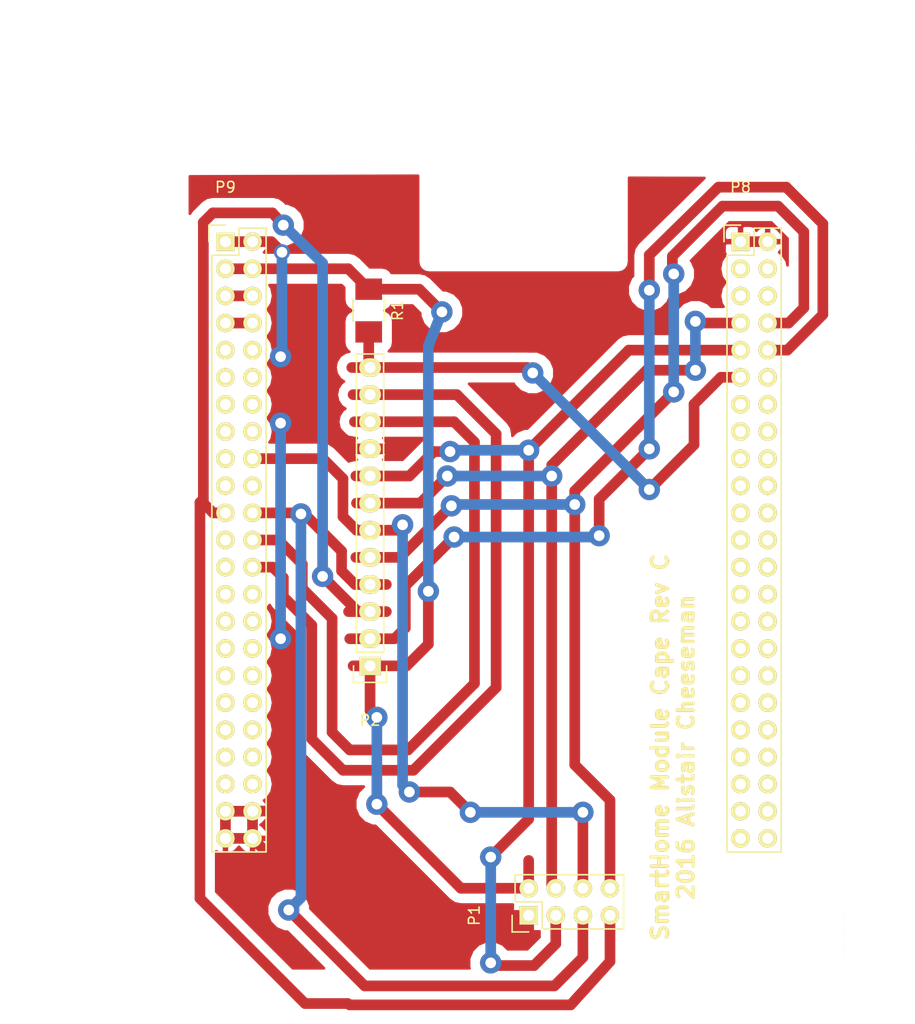
<source format=kicad_pcb>
(kicad_pcb (version 4) (host pcbnew 4.0.0-stable)

  (general
    (links 32)
    (no_connects 0)
    (area 78.653 39.751 201.255 152.614)
    (thickness 1.6)
    (drawings 19)
    (tracks 235)
    (zones 0)
    (modules 5)
    (nets 83)
  )

  (page A4)
  (layers
    (0 F.Cu signal)
    (31 B.Cu signal)
    (32 B.Adhes user)
    (33 F.Adhes user)
    (34 B.Paste user)
    (35 F.Paste user)
    (36 B.SilkS user)
    (37 F.SilkS user)
    (38 B.Mask user)
    (39 F.Mask user)
    (40 Dwgs.User user)
    (41 Cmts.User user)
    (42 Eco1.User user)
    (43 Eco2.User user)
    (44 Edge.Cuts user)
    (45 Margin user)
    (46 B.CrtYd user)
    (47 F.CrtYd user)
    (48 B.Fab user)
    (49 F.Fab user)
  )

  (setup
    (last_trace_width 1)
    (user_trace_width 0.41)
    (user_trace_width 0.5)
    (trace_clearance 0.2)
    (zone_clearance 0.9)
    (zone_45_only no)
    (trace_min 0.4)
    (segment_width 0.2)
    (edge_width 0.00254)
    (via_size 2)
    (via_drill 1)
    (via_min_size 0.4)
    (via_min_drill 0.3)
    (uvia_size 0.3)
    (uvia_drill 0.1)
    (uvias_allowed no)
    (uvia_min_size 0.2)
    (uvia_min_drill 0.1)
    (pcb_text_width 0.3)
    (pcb_text_size 1.5 1.5)
    (mod_edge_width 0.15)
    (mod_text_size 1 1)
    (mod_text_width 0.15)
    (pad_size 1.7272 1.7272)
    (pad_drill 1.016)
    (pad_to_mask_clearance 0)
    (aux_axis_origin 0 0)
    (visible_elements 7FFFFFFF)
    (pcbplotparams
      (layerselection 0x00080_00000000)
      (usegerberextensions false)
      (excludeedgelayer false)
      (linewidth 0.100000)
      (plotframeref false)
      (viasonmask true)
      (mode 1)
      (useauxorigin false)
      (hpglpennumber 1)
      (hpglpenspeed 20)
      (hpglpendiameter 15)
      (hpglpenoverlay 2)
      (psnegative false)
      (psa4output false)
      (plotreference false)
      (plotvalue false)
      (plotinvisibletext false)
      (padsonsilk false)
      (subtractmaskfromsilk false)
      (outputformat 5)
      (mirror true)
      (drillshape 1)
      (scaleselection 1)
      (outputdirectory ""))
  )

  (net 0 "")
  (net 1 "Net-(P8-Pad3)")
  (net 2 "Net-(P8-Pad4)")
  (net 3 "Net-(P8-Pad5)")
  (net 4 "Net-(P8-Pad6)")
  (net 5 "Net-(P8-Pad12)")
  (net 6 "Net-(P8-Pad13)")
  (net 7 "Net-(P8-Pad14)")
  (net 8 "Net-(P8-Pad15)")
  (net 9 "Net-(P8-Pad16)")
  (net 10 "Net-(P8-Pad17)")
  (net 11 "Net-(P8-Pad18)")
  (net 12 "Net-(P8-Pad19)")
  (net 13 "Net-(P8-Pad20)")
  (net 14 "Net-(P8-Pad21)")
  (net 15 "Net-(P8-Pad22)")
  (net 16 "Net-(P8-Pad23)")
  (net 17 "Net-(P8-Pad24)")
  (net 18 "Net-(P8-Pad25)")
  (net 19 "Net-(P8-Pad26)")
  (net 20 "Net-(P8-Pad27)")
  (net 21 "Net-(P8-Pad28)")
  (net 22 "Net-(P8-Pad29)")
  (net 23 "Net-(P8-Pad30)")
  (net 24 "Net-(P8-Pad31)")
  (net 25 "Net-(P8-Pad32)")
  (net 26 "Net-(P8-Pad33)")
  (net 27 "Net-(P8-Pad34)")
  (net 28 "Net-(P8-Pad35)")
  (net 29 "Net-(P8-Pad36)")
  (net 30 "Net-(P8-Pad37)")
  (net 31 "Net-(P8-Pad38)")
  (net 32 "Net-(P8-Pad39)")
  (net 33 "Net-(P8-Pad40)")
  (net 34 "Net-(P8-Pad41)")
  (net 35 "Net-(P8-Pad42)")
  (net 36 "Net-(P8-Pad43)")
  (net 37 "Net-(P8-Pad44)")
  (net 38 "Net-(P8-Pad45)")
  (net 39 "Net-(P8-Pad46)")
  (net 40 "Net-(P9-Pad11)")
  (net 41 "Net-(P9-Pad12)")
  (net 42 "Net-(P9-Pad13)")
  (net 43 "Net-(P9-Pad14)")
  (net 44 "Net-(P9-Pad15)")
  (net 45 "Net-(P9-Pad16)")
  (net 46 "Net-(P9-Pad17)")
  (net 47 "Net-(P9-Pad23)")
  (net 48 "Net-(P9-Pad25)")
  (net 49 "Net-(P9-Pad27)")
  (net 50 "Net-(P9-Pad28)")
  (net 51 "Net-(P9-Pad29)")
  (net 52 "Net-(P9-Pad30)")
  (net 53 "Net-(P9-Pad31)")
  (net 54 "Net-(P9-Pad33)")
  (net 55 "Net-(P9-Pad35)")
  (net 56 "Net-(P9-Pad36)")
  (net 57 "Net-(P9-Pad37)")
  (net 58 "Net-(P9-Pad38)")
  (net 59 "Net-(P9-Pad39)")
  (net 60 "Net-(P9-Pad40)")
  (net 61 "Net-(P9-Pad41)")
  (net 62 "Net-(P9-Pad42)")
  (net 63 GNDD)
  (net 64 +3V3)
  (net 65 +5V)
  (net 66 SYS_5V)
  (net 67 PWR_BUT)
  (net 68 SYS_RESETN)
  (net 69 VDD_ADC)
  (net 70 GNDA_ADC)
  (net 71 IRQ_RADIO)
  (net 72 MISO)
  (net 73 MOSI)
  (net 74 SCK)
  (net 75 CSN_RADIO)
  (net 76 CE_RADIO)
  (net 77 CSN_MEM)
  (net 78 UART_TX)
  (net 79 UART_RX)
  (net 80 DETECT)
  (net 81 UART_RTS)
  (net 82 UART_CTS)

  (net_class Default "To jest domyślna klasa połączeń."
    (clearance 0.2)
    (trace_width 1)
    (via_dia 2)
    (via_drill 1)
    (uvia_dia 0.3)
    (uvia_drill 0.1)
    (add_net +3V3)
    (add_net +5V)
    (add_net CE_RADIO)
    (add_net CSN_MEM)
    (add_net CSN_RADIO)
    (add_net DETECT)
    (add_net GNDA_ADC)
    (add_net GNDD)
    (add_net IRQ_RADIO)
    (add_net MISO)
    (add_net MOSI)
    (add_net "Net-(P8-Pad12)")
    (add_net "Net-(P8-Pad13)")
    (add_net "Net-(P8-Pad14)")
    (add_net "Net-(P8-Pad15)")
    (add_net "Net-(P8-Pad16)")
    (add_net "Net-(P8-Pad17)")
    (add_net "Net-(P8-Pad18)")
    (add_net "Net-(P8-Pad19)")
    (add_net "Net-(P8-Pad20)")
    (add_net "Net-(P8-Pad21)")
    (add_net "Net-(P8-Pad22)")
    (add_net "Net-(P8-Pad23)")
    (add_net "Net-(P8-Pad24)")
    (add_net "Net-(P8-Pad25)")
    (add_net "Net-(P8-Pad26)")
    (add_net "Net-(P8-Pad27)")
    (add_net "Net-(P8-Pad28)")
    (add_net "Net-(P8-Pad29)")
    (add_net "Net-(P8-Pad3)")
    (add_net "Net-(P8-Pad30)")
    (add_net "Net-(P8-Pad31)")
    (add_net "Net-(P8-Pad32)")
    (add_net "Net-(P8-Pad33)")
    (add_net "Net-(P8-Pad34)")
    (add_net "Net-(P8-Pad35)")
    (add_net "Net-(P8-Pad36)")
    (add_net "Net-(P8-Pad37)")
    (add_net "Net-(P8-Pad38)")
    (add_net "Net-(P8-Pad39)")
    (add_net "Net-(P8-Pad4)")
    (add_net "Net-(P8-Pad40)")
    (add_net "Net-(P8-Pad41)")
    (add_net "Net-(P8-Pad42)")
    (add_net "Net-(P8-Pad43)")
    (add_net "Net-(P8-Pad44)")
    (add_net "Net-(P8-Pad45)")
    (add_net "Net-(P8-Pad46)")
    (add_net "Net-(P8-Pad5)")
    (add_net "Net-(P8-Pad6)")
    (add_net "Net-(P9-Pad11)")
    (add_net "Net-(P9-Pad12)")
    (add_net "Net-(P9-Pad13)")
    (add_net "Net-(P9-Pad14)")
    (add_net "Net-(P9-Pad15)")
    (add_net "Net-(P9-Pad16)")
    (add_net "Net-(P9-Pad17)")
    (add_net "Net-(P9-Pad23)")
    (add_net "Net-(P9-Pad25)")
    (add_net "Net-(P9-Pad27)")
    (add_net "Net-(P9-Pad28)")
    (add_net "Net-(P9-Pad29)")
    (add_net "Net-(P9-Pad30)")
    (add_net "Net-(P9-Pad31)")
    (add_net "Net-(P9-Pad33)")
    (add_net "Net-(P9-Pad35)")
    (add_net "Net-(P9-Pad36)")
    (add_net "Net-(P9-Pad37)")
    (add_net "Net-(P9-Pad38)")
    (add_net "Net-(P9-Pad39)")
    (add_net "Net-(P9-Pad40)")
    (add_net "Net-(P9-Pad41)")
    (add_net "Net-(P9-Pad42)")
    (add_net PWR_BUT)
    (add_net SCK)
    (add_net SYS_5V)
    (add_net SYS_RESETN)
    (add_net UART_CTS)
    (add_net UART_RTS)
    (add_net UART_RX)
    (add_net UART_TX)
    (add_net VDD_ADC)
  )

  (module Socket_BeagleBone_Black:Socket_BeagleBone_Black (layer F.Cu) (tedit 575592FC) (tstamp 55DF7717)
    (at 164.6301 62.3824)
    (descr "Through hole pin header")
    (tags "pin header")
    (path /55DF7DE1)
    (fp_text reference P8 (at 0 -5.1) (layer F.SilkS)
      (effects (font (size 1 1) (thickness 0.15)))
    )
    (fp_text value BeagleBone_Black_Header (at 0 -3.1) (layer F.Fab) hide
      (effects (font (size 1 1) (thickness 0.15)))
    )
    (fp_line (start -1.75 -1.75) (end -1.75 57.65) (layer F.CrtYd) (width 0.05))
    (fp_line (start 4.3 -1.75) (end 4.3 57.65) (layer F.CrtYd) (width 0.05))
    (fp_line (start -1.75 -1.75) (end 4.3 -1.75) (layer F.CrtYd) (width 0.05))
    (fp_line (start -1.75 57.65) (end 4.3 57.65) (layer F.CrtYd) (width 0.05))
    (fp_line (start 3.81 57.15) (end 3.81 -1.27) (layer F.SilkS) (width 0.15))
    (fp_line (start -1.27 57.15) (end -1.27 1.27) (layer F.SilkS) (width 0.15))
    (fp_line (start 3.81 57.15) (end -1.27 57.15) (layer F.SilkS) (width 0.15))
    (fp_line (start 3.81 -1.27) (end 1.27 -1.27) (layer F.SilkS) (width 0.15))
    (fp_line (start 0 -1.55) (end -1.55 -1.55) (layer F.SilkS) (width 0.15))
    (fp_line (start 1.27 -1.27) (end 1.27 1.27) (layer F.SilkS) (width 0.15))
    (fp_line (start 1.27 1.27) (end -1.27 1.27) (layer F.SilkS) (width 0.15))
    (fp_line (start -1.55 -1.55) (end -1.55 0) (layer F.SilkS) (width 0.15))
    (pad 1 thru_hole rect (at 0 0) (size 1.7272 1.7272) (drill 1.016) (layers *.Cu *.Mask F.SilkS)
      (net 63 GNDD))
    (pad 2 thru_hole oval (at 2.54 0) (size 1.7272 1.7272) (drill 1.016) (layers *.Cu *.Mask F.SilkS)
      (net 63 GNDD))
    (pad 3 thru_hole oval (at 0 2.54) (size 1.7272 1.7272) (drill 1.016) (layers *.Cu *.Mask F.SilkS)
      (net 1 "Net-(P8-Pad3)"))
    (pad 4 thru_hole oval (at 2.54 2.54) (size 1.7272 1.7272) (drill 1.016) (layers *.Cu *.Mask F.SilkS)
      (net 2 "Net-(P8-Pad4)"))
    (pad 5 thru_hole oval (at 0 5.08) (size 1.7272 1.7272) (drill 1.016) (layers *.Cu *.Mask F.SilkS)
      (net 3 "Net-(P8-Pad5)"))
    (pad 6 thru_hole oval (at 2.54 5.08) (size 1.7272 1.7272) (drill 1.016) (layers *.Cu *.Mask F.SilkS)
      (net 4 "Net-(P8-Pad6)"))
    (pad 7 thru_hole oval (at 0 7.62) (size 1.7272 1.7272) (drill 1.016) (layers *.Cu *.Mask F.SilkS)
      (net 75 CSN_RADIO))
    (pad 8 thru_hole oval (at 2.54 7.62) (size 1.7272 1.7272) (drill 1.016) (layers *.Cu *.Mask F.SilkS)
      (net 71 IRQ_RADIO))
    (pad 9 thru_hole oval (at 0 10.16) (size 1.7272 1.7272) (drill 1.016) (layers *.Cu *.Mask F.SilkS)
      (net 76 CE_RADIO))
    (pad 10 thru_hole oval (at 2.54 10.16) (size 1.7272 1.7272) (drill 1.016) (layers *.Cu *.Mask F.SilkS)
      (net 77 CSN_MEM))
    (pad 11 thru_hole oval (at 0 12.7) (size 1.7272 1.7272) (drill 1.016) (layers *.Cu *.Mask F.SilkS)
      (net 80 DETECT))
    (pad 12 thru_hole oval (at 2.54 12.7) (size 1.7272 1.7272) (drill 1.016) (layers *.Cu *.Mask F.SilkS)
      (net 5 "Net-(P8-Pad12)"))
    (pad 13 thru_hole oval (at 0 15.24) (size 1.7272 1.7272) (drill 1.016) (layers *.Cu *.Mask F.SilkS)
      (net 6 "Net-(P8-Pad13)"))
    (pad 14 thru_hole oval (at 2.54 15.24) (size 1.7272 1.7272) (drill 1.016) (layers *.Cu *.Mask F.SilkS)
      (net 7 "Net-(P8-Pad14)"))
    (pad 15 thru_hole oval (at 0 17.78) (size 1.7272 1.7272) (drill 1.016) (layers *.Cu *.Mask F.SilkS)
      (net 8 "Net-(P8-Pad15)"))
    (pad 16 thru_hole oval (at 2.54 17.78) (size 1.7272 1.7272) (drill 1.016) (layers *.Cu *.Mask F.SilkS)
      (net 9 "Net-(P8-Pad16)"))
    (pad 17 thru_hole oval (at 0 20.32) (size 1.7272 1.7272) (drill 1.016) (layers *.Cu *.Mask F.SilkS)
      (net 10 "Net-(P8-Pad17)"))
    (pad 18 thru_hole oval (at 2.54 20.32) (size 1.7272 1.7272) (drill 1.016) (layers *.Cu *.Mask F.SilkS)
      (net 11 "Net-(P8-Pad18)"))
    (pad 19 thru_hole oval (at 0 22.86) (size 1.7272 1.7272) (drill 1.016) (layers *.Cu *.Mask F.SilkS)
      (net 12 "Net-(P8-Pad19)"))
    (pad 20 thru_hole oval (at 2.54 22.86) (size 1.7272 1.7272) (drill 1.016) (layers *.Cu *.Mask F.SilkS)
      (net 13 "Net-(P8-Pad20)"))
    (pad 21 thru_hole oval (at 0 25.4) (size 1.7272 1.7272) (drill 1.016) (layers *.Cu *.Mask F.SilkS)
      (net 14 "Net-(P8-Pad21)"))
    (pad 22 thru_hole oval (at 2.54 25.4) (size 1.7272 1.7272) (drill 1.016) (layers *.Cu *.Mask F.SilkS)
      (net 15 "Net-(P8-Pad22)"))
    (pad 23 thru_hole oval (at 0 27.94) (size 1.7272 1.7272) (drill 1.016) (layers *.Cu *.Mask F.SilkS)
      (net 16 "Net-(P8-Pad23)"))
    (pad 24 thru_hole oval (at 2.54 27.94) (size 1.7272 1.7272) (drill 1.016) (layers *.Cu *.Mask F.SilkS)
      (net 17 "Net-(P8-Pad24)"))
    (pad 25 thru_hole oval (at 0 30.48) (size 1.7272 1.7272) (drill 1.016) (layers *.Cu *.Mask F.SilkS)
      (net 18 "Net-(P8-Pad25)"))
    (pad 26 thru_hole oval (at 2.54 30.48) (size 1.7272 1.7272) (drill 1.016) (layers *.Cu *.Mask F.SilkS)
      (net 19 "Net-(P8-Pad26)"))
    (pad 27 thru_hole oval (at 0 33.02) (size 1.7272 1.7272) (drill 1.016) (layers *.Cu *.Mask F.SilkS)
      (net 20 "Net-(P8-Pad27)"))
    (pad 28 thru_hole oval (at 2.54 33.02) (size 1.7272 1.7272) (drill 1.016) (layers *.Cu *.Mask F.SilkS)
      (net 21 "Net-(P8-Pad28)"))
    (pad 29 thru_hole oval (at 0 35.56) (size 1.7272 1.7272) (drill 1.016) (layers *.Cu *.Mask F.SilkS)
      (net 22 "Net-(P8-Pad29)"))
    (pad 30 thru_hole oval (at 2.54 35.56) (size 1.7272 1.7272) (drill 1.016) (layers *.Cu *.Mask F.SilkS)
      (net 23 "Net-(P8-Pad30)"))
    (pad 31 thru_hole oval (at 0 38.1) (size 1.7272 1.7272) (drill 1.016) (layers *.Cu *.Mask F.SilkS)
      (net 24 "Net-(P8-Pad31)"))
    (pad 32 thru_hole oval (at 2.54 38.1) (size 1.7272 1.7272) (drill 1.016) (layers *.Cu *.Mask F.SilkS)
      (net 25 "Net-(P8-Pad32)"))
    (pad 33 thru_hole oval (at 0 40.64) (size 1.7272 1.7272) (drill 1.016) (layers *.Cu *.Mask F.SilkS)
      (net 26 "Net-(P8-Pad33)"))
    (pad 34 thru_hole oval (at 2.54 40.64) (size 1.7272 1.7272) (drill 1.016) (layers *.Cu *.Mask F.SilkS)
      (net 27 "Net-(P8-Pad34)"))
    (pad 35 thru_hole oval (at 0 43.18) (size 1.7272 1.7272) (drill 1.016) (layers *.Cu *.Mask F.SilkS)
      (net 28 "Net-(P8-Pad35)"))
    (pad 36 thru_hole oval (at 2.54 43.18) (size 1.7272 1.7272) (drill 1.016) (layers *.Cu *.Mask F.SilkS)
      (net 29 "Net-(P8-Pad36)"))
    (pad 37 thru_hole oval (at 0 45.72) (size 1.7272 1.7272) (drill 1.016) (layers *.Cu *.Mask F.SilkS)
      (net 30 "Net-(P8-Pad37)"))
    (pad 38 thru_hole oval (at 2.54 45.72) (size 1.7272 1.7272) (drill 1.016) (layers *.Cu *.Mask F.SilkS)
      (net 31 "Net-(P8-Pad38)"))
    (pad 39 thru_hole oval (at 0 48.26) (size 1.7272 1.7272) (drill 1.016) (layers *.Cu *.Mask F.SilkS)
      (net 32 "Net-(P8-Pad39)"))
    (pad 40 thru_hole oval (at 2.54 48.26) (size 1.7272 1.7272) (drill 1.016) (layers *.Cu *.Mask F.SilkS)
      (net 33 "Net-(P8-Pad40)"))
    (pad 41 thru_hole oval (at 0 50.8) (size 1.7272 1.7272) (drill 1.016) (layers *.Cu *.Mask F.SilkS)
      (net 34 "Net-(P8-Pad41)"))
    (pad 42 thru_hole oval (at 2.54 50.8) (size 1.7272 1.7272) (drill 1.016) (layers *.Cu *.Mask F.SilkS)
      (net 35 "Net-(P8-Pad42)"))
    (pad 43 thru_hole oval (at 0 53.34) (size 1.7272 1.7272) (drill 1.016) (layers *.Cu *.Mask F.SilkS)
      (net 36 "Net-(P8-Pad43)"))
    (pad 44 thru_hole oval (at 2.54 53.34) (size 1.7272 1.7272) (drill 1.016) (layers *.Cu *.Mask F.SilkS)
      (net 37 "Net-(P8-Pad44)"))
    (pad 45 thru_hole oval (at 0 55.88) (size 1.7272 1.7272) (drill 1.016) (layers *.Cu *.Mask F.SilkS)
      (net 38 "Net-(P8-Pad45)"))
    (pad 46 thru_hole oval (at 2.54 55.88) (size 1.7272 1.7272) (drill 1.016) (layers *.Cu *.Mask F.SilkS)
      (net 39 "Net-(P8-Pad46)"))
    (model ${KIPRJMOD}/Socket_BeagleBone_Black.3dshapes/Socket_BeagleBone_Black.wrl
      (at (xyz 0.05 -1.1 0))
      (scale (xyz 1 1 1))
      (rotate (xyz 0 0 90))
    )
  )

  (module Socket_BeagleBone_Black:Socket_BeagleBone_Black (layer F.Cu) (tedit 575592F7) (tstamp 55DF7748)
    (at 116.3701 62.3824)
    (descr "Through hole pin header")
    (tags "pin header")
    (path /55DF7DBA)
    (fp_text reference P9 (at 0 -5.1) (layer F.SilkS)
      (effects (font (size 1 1) (thickness 0.15)))
    )
    (fp_text value BeagleBone_Black_Header (at 4.2799 -2.8829) (layer F.Fab) hide
      (effects (font (size 1 1) (thickness 0.15)))
    )
    (fp_line (start -1.75 -1.75) (end -1.75 57.65) (layer F.CrtYd) (width 0.05))
    (fp_line (start 4.3 -1.75) (end 4.3 57.65) (layer F.CrtYd) (width 0.05))
    (fp_line (start -1.75 -1.75) (end 4.3 -1.75) (layer F.CrtYd) (width 0.05))
    (fp_line (start -1.75 57.65) (end 4.3 57.65) (layer F.CrtYd) (width 0.05))
    (fp_line (start 3.81 57.15) (end 3.81 -1.27) (layer F.SilkS) (width 0.15))
    (fp_line (start -1.27 57.15) (end -1.27 1.27) (layer F.SilkS) (width 0.15))
    (fp_line (start 3.81 57.15) (end -1.27 57.15) (layer F.SilkS) (width 0.15))
    (fp_line (start 3.81 -1.27) (end 1.27 -1.27) (layer F.SilkS) (width 0.15))
    (fp_line (start 0 -1.55) (end -1.55 -1.55) (layer F.SilkS) (width 0.15))
    (fp_line (start 1.27 -1.27) (end 1.27 1.27) (layer F.SilkS) (width 0.15))
    (fp_line (start 1.27 1.27) (end -1.27 1.27) (layer F.SilkS) (width 0.15))
    (fp_line (start -1.55 -1.55) (end -1.55 0) (layer F.SilkS) (width 0.15))
    (pad 1 thru_hole rect (at 0 0) (size 1.7272 1.7272) (drill 1.016) (layers *.Cu *.Mask F.SilkS)
      (net 63 GNDD))
    (pad 2 thru_hole oval (at 2.54 0) (size 1.7272 1.7272) (drill 1.016) (layers *.Cu *.Mask F.SilkS)
      (net 63 GNDD))
    (pad 3 thru_hole oval (at 0 2.54) (size 1.7272 1.7272) (drill 1.016) (layers *.Cu *.Mask F.SilkS)
      (net 64 +3V3))
    (pad 4 thru_hole oval (at 2.54 2.54) (size 1.7272 1.7272) (drill 1.016) (layers *.Cu *.Mask F.SilkS)
      (net 64 +3V3))
    (pad 5 thru_hole oval (at 0 5.08) (size 1.7272 1.7272) (drill 1.016) (layers *.Cu *.Mask F.SilkS)
      (net 65 +5V))
    (pad 6 thru_hole oval (at 2.54 5.08) (size 1.7272 1.7272) (drill 1.016) (layers *.Cu *.Mask F.SilkS)
      (net 65 +5V))
    (pad 7 thru_hole oval (at 0 7.62) (size 1.7272 1.7272) (drill 1.016) (layers *.Cu *.Mask F.SilkS)
      (net 66 SYS_5V))
    (pad 8 thru_hole oval (at 2.54 7.62) (size 1.7272 1.7272) (drill 1.016) (layers *.Cu *.Mask F.SilkS)
      (net 66 SYS_5V))
    (pad 9 thru_hole oval (at 0 10.16) (size 1.7272 1.7272) (drill 1.016) (layers *.Cu *.Mask F.SilkS)
      (net 67 PWR_BUT))
    (pad 10 thru_hole oval (at 2.54 10.16) (size 1.7272 1.7272) (drill 1.016) (layers *.Cu *.Mask F.SilkS)
      (net 68 SYS_RESETN))
    (pad 11 thru_hole oval (at 0 12.7) (size 1.7272 1.7272) (drill 1.016) (layers *.Cu *.Mask F.SilkS)
      (net 40 "Net-(P9-Pad11)"))
    (pad 12 thru_hole oval (at 2.54 12.7) (size 1.7272 1.7272) (drill 1.016) (layers *.Cu *.Mask F.SilkS)
      (net 41 "Net-(P9-Pad12)"))
    (pad 13 thru_hole oval (at 0 15.24) (size 1.7272 1.7272) (drill 1.016) (layers *.Cu *.Mask F.SilkS)
      (net 42 "Net-(P9-Pad13)"))
    (pad 14 thru_hole oval (at 2.54 15.24) (size 1.7272 1.7272) (drill 1.016) (layers *.Cu *.Mask F.SilkS)
      (net 43 "Net-(P9-Pad14)"))
    (pad 15 thru_hole oval (at 0 17.78) (size 1.7272 1.7272) (drill 1.016) (layers *.Cu *.Mask F.SilkS)
      (net 44 "Net-(P9-Pad15)"))
    (pad 16 thru_hole oval (at 2.54 17.78) (size 1.7272 1.7272) (drill 1.016) (layers *.Cu *.Mask F.SilkS)
      (net 45 "Net-(P9-Pad16)"))
    (pad 17 thru_hole oval (at 0 20.32) (size 1.7272 1.7272) (drill 1.016) (layers *.Cu *.Mask F.SilkS)
      (net 46 "Net-(P9-Pad17)"))
    (pad 18 thru_hole oval (at 2.54 20.32) (size 1.7272 1.7272) (drill 1.016) (layers *.Cu *.Mask F.SilkS)
      (net 73 MOSI))
    (pad 19 thru_hole oval (at 0 22.86) (size 1.7272 1.7272) (drill 1.016) (layers *.Cu *.Mask F.SilkS)
      (net 81 UART_RTS))
    (pad 20 thru_hole oval (at 2.54 22.86) (size 1.7272 1.7272) (drill 1.016) (layers *.Cu *.Mask F.SilkS)
      (net 82 UART_CTS))
    (pad 21 thru_hole oval (at 0 25.4) (size 1.7272 1.7272) (drill 1.016) (layers *.Cu *.Mask F.SilkS)
      (net 72 MISO))
    (pad 22 thru_hole oval (at 2.54 25.4) (size 1.7272 1.7272) (drill 1.016) (layers *.Cu *.Mask F.SilkS)
      (net 74 SCK))
    (pad 23 thru_hole oval (at 0 27.94) (size 1.7272 1.7272) (drill 1.016) (layers *.Cu *.Mask F.SilkS)
      (net 47 "Net-(P9-Pad23)"))
    (pad 24 thru_hole oval (at 2.54 27.94) (size 1.7272 1.7272) (drill 1.016) (layers *.Cu *.Mask F.SilkS)
      (net 78 UART_TX))
    (pad 25 thru_hole oval (at 0 30.48) (size 1.7272 1.7272) (drill 1.016) (layers *.Cu *.Mask F.SilkS)
      (net 48 "Net-(P9-Pad25)"))
    (pad 26 thru_hole oval (at 2.54 30.48) (size 1.7272 1.7272) (drill 1.016) (layers *.Cu *.Mask F.SilkS)
      (net 79 UART_RX))
    (pad 27 thru_hole oval (at 0 33.02) (size 1.7272 1.7272) (drill 1.016) (layers *.Cu *.Mask F.SilkS)
      (net 49 "Net-(P9-Pad27)"))
    (pad 28 thru_hole oval (at 2.54 33.02) (size 1.7272 1.7272) (drill 1.016) (layers *.Cu *.Mask F.SilkS)
      (net 50 "Net-(P9-Pad28)"))
    (pad 29 thru_hole oval (at 0 35.56) (size 1.7272 1.7272) (drill 1.016) (layers *.Cu *.Mask F.SilkS)
      (net 51 "Net-(P9-Pad29)"))
    (pad 30 thru_hole oval (at 2.54 35.56) (size 1.7272 1.7272) (drill 1.016) (layers *.Cu *.Mask F.SilkS)
      (net 52 "Net-(P9-Pad30)"))
    (pad 31 thru_hole oval (at 0 38.1) (size 1.7272 1.7272) (drill 1.016) (layers *.Cu *.Mask F.SilkS)
      (net 53 "Net-(P9-Pad31)"))
    (pad 32 thru_hole oval (at 2.54 38.1) (size 1.7272 1.7272) (drill 1.016) (layers *.Cu *.Mask F.SilkS)
      (net 69 VDD_ADC))
    (pad 33 thru_hole oval (at 0 40.64) (size 1.7272 1.7272) (drill 1.016) (layers *.Cu *.Mask F.SilkS)
      (net 54 "Net-(P9-Pad33)"))
    (pad 34 thru_hole oval (at 2.54 40.64) (size 1.7272 1.7272) (drill 1.016) (layers *.Cu *.Mask F.SilkS)
      (net 70 GNDA_ADC))
    (pad 35 thru_hole oval (at 0 43.18) (size 1.7272 1.7272) (drill 1.016) (layers *.Cu *.Mask F.SilkS)
      (net 55 "Net-(P9-Pad35)"))
    (pad 36 thru_hole oval (at 2.54 43.18) (size 1.7272 1.7272) (drill 1.016) (layers *.Cu *.Mask F.SilkS)
      (net 56 "Net-(P9-Pad36)"))
    (pad 37 thru_hole oval (at 0 45.72) (size 1.7272 1.7272) (drill 1.016) (layers *.Cu *.Mask F.SilkS)
      (net 57 "Net-(P9-Pad37)"))
    (pad 38 thru_hole oval (at 2.54 45.72) (size 1.7272 1.7272) (drill 1.016) (layers *.Cu *.Mask F.SilkS)
      (net 58 "Net-(P9-Pad38)"))
    (pad 39 thru_hole oval (at 0 48.26) (size 1.7272 1.7272) (drill 1.016) (layers *.Cu *.Mask F.SilkS)
      (net 59 "Net-(P9-Pad39)"))
    (pad 40 thru_hole oval (at 2.54 48.26) (size 1.7272 1.7272) (drill 1.016) (layers *.Cu *.Mask F.SilkS)
      (net 60 "Net-(P9-Pad40)"))
    (pad 41 thru_hole oval (at 0 50.8) (size 1.7272 1.7272) (drill 1.016) (layers *.Cu *.Mask F.SilkS)
      (net 61 "Net-(P9-Pad41)"))
    (pad 42 thru_hole oval (at 2.54 50.8) (size 1.7272 1.7272) (drill 1.016) (layers *.Cu *.Mask F.SilkS)
      (net 62 "Net-(P9-Pad42)"))
    (pad 43 thru_hole oval (at 0 53.34) (size 1.7272 1.7272) (drill 1.016) (layers *.Cu *.Mask F.SilkS)
      (net 63 GNDD))
    (pad 44 thru_hole oval (at 2.54 53.34) (size 1.7272 1.7272) (drill 1.016) (layers *.Cu *.Mask F.SilkS)
      (net 63 GNDD))
    (pad 45 thru_hole oval (at 0 55.88) (size 1.7272 1.7272) (drill 1.016) (layers *.Cu *.Mask F.SilkS)
      (net 63 GNDD))
    (pad 46 thru_hole oval (at 2.54 55.88) (size 1.7272 1.7272) (drill 1.016) (layers *.Cu *.Mask F.SilkS)
      (net 63 GNDD))
    (model ${KIPRJMOD}/Socket_BeagleBone_Black.3dshapes/Socket_BeagleBone_Black.wrl
      (at (xyz 0.05 -1.1 0))
      (scale (xyz 1 1 1))
      (rotate (xyz 0 0 90))
    )
  )

  (module Pin_Headers:Pin_Header_Straight_1x12 (layer F.Cu) (tedit 57559318) (tstamp 5699F3CC)
    (at 129.921 102.108 180)
    (descr "Through hole pin header")
    (tags "pin header")
    (path /56937017)
    (fp_text reference P2 (at 0 -5.1 180) (layer F.SilkS)
      (effects (font (size 1 1) (thickness 0.15)))
    )
    (fp_text value CONN_01X12 (at 0 -3.1 180) (layer F.Fab) hide
      (effects (font (size 1 1) (thickness 0.15)))
    )
    (fp_line (start -1.75 -1.75) (end -1.75 29.7) (layer F.CrtYd) (width 0.05))
    (fp_line (start 1.75 -1.75) (end 1.75 29.7) (layer F.CrtYd) (width 0.05))
    (fp_line (start -1.75 -1.75) (end 1.75 -1.75) (layer F.CrtYd) (width 0.05))
    (fp_line (start -1.75 29.7) (end 1.75 29.7) (layer F.CrtYd) (width 0.05))
    (fp_line (start 1.27 1.27) (end 1.27 29.21) (layer F.SilkS) (width 0.15))
    (fp_line (start 1.27 29.21) (end -1.27 29.21) (layer F.SilkS) (width 0.15))
    (fp_line (start -1.27 29.21) (end -1.27 1.27) (layer F.SilkS) (width 0.15))
    (fp_line (start 1.55 -1.55) (end 1.55 0) (layer F.SilkS) (width 0.15))
    (fp_line (start 1.27 1.27) (end -1.27 1.27) (layer F.SilkS) (width 0.15))
    (fp_line (start -1.55 0) (end -1.55 -1.55) (layer F.SilkS) (width 0.15))
    (fp_line (start -1.55 -1.55) (end 1.55 -1.55) (layer F.SilkS) (width 0.15))
    (pad 1 thru_hole rect (at 0 0 180) (size 2.032 1.7272) (drill 1.016) (layers *.Cu *.Mask F.SilkS)
      (net 64 +3V3))
    (pad 2 thru_hole oval (at 0 2.54 180) (size 2.032 1.7272) (drill 1.016) (layers *.Cu *.Mask F.SilkS)
      (net 77 CSN_MEM))
    (pad 3 thru_hole oval (at 0 5.08 180) (size 2.032 1.7272) (drill 1.016) (layers *.Cu *.Mask F.SilkS)
      (net 72 MISO))
    (pad 4 thru_hole oval (at 0 7.62 180) (size 2.032 1.7272) (drill 1.016) (layers *.Cu *.Mask F.SilkS)
      (net 74 SCK))
    (pad 5 thru_hole oval (at 0 10.16 180) (size 2.032 1.7272) (drill 1.016) (layers *.Cu *.Mask F.SilkS)
      (net 71 IRQ_RADIO))
    (pad 6 thru_hole oval (at 0 12.7 180) (size 2.032 1.7272) (drill 1.016) (layers *.Cu *.Mask F.SilkS)
      (net 73 MOSI))
    (pad 7 thru_hole oval (at 0 15.24 180) (size 2.032 1.7272) (drill 1.016) (layers *.Cu *.Mask F.SilkS)
      (net 75 CSN_RADIO))
    (pad 8 thru_hole oval (at 0 17.78 180) (size 2.032 1.7272) (drill 1.016) (layers *.Cu *.Mask F.SilkS)
      (net 76 CE_RADIO))
    (pad 9 thru_hole oval (at 0 20.32 180) (size 2.032 1.7272) (drill 1.016) (layers *.Cu *.Mask F.SilkS)
      (net 63 GNDD))
    (pad 10 thru_hole oval (at 0 22.86 180) (size 2.032 1.7272) (drill 1.016) (layers *.Cu *.Mask F.SilkS)
      (net 78 UART_TX))
    (pad 11 thru_hole oval (at 0 25.4 180) (size 2.032 1.7272) (drill 1.016) (layers *.Cu *.Mask F.SilkS)
      (net 79 UART_RX))
    (pad 12 thru_hole oval (at 0 27.94 180) (size 2.032 1.7272) (drill 1.016) (layers *.Cu *.Mask F.SilkS)
      (net 80 DETECT))
    (model Pin_Headers.3dshapes/Pin_Header_Straight_1x12.wrl
      (at (xyz 0 -0.55 0))
      (scale (xyz 1 1 1))
      (rotate (xyz 0 0 90))
    )
  )

  (module Resistors_SMD:R_1210_HandSoldering (layer F.Cu) (tedit 5418A32D) (tstamp 5699F3D8)
    (at 129.794 68.834 270)
    (descr "Resistor SMD 1210, hand soldering")
    (tags "resistor 1210")
    (path /5693E5D2)
    (attr smd)
    (fp_text reference R1 (at 0 -2.7 270) (layer F.SilkS)
      (effects (font (size 1 1) (thickness 0.15)))
    )
    (fp_text value R (at 0 2.7 270) (layer F.Fab)
      (effects (font (size 1 1) (thickness 0.15)))
    )
    (fp_line (start -3.3 -1.6) (end 3.3 -1.6) (layer F.CrtYd) (width 0.05))
    (fp_line (start -3.3 1.6) (end 3.3 1.6) (layer F.CrtYd) (width 0.05))
    (fp_line (start -3.3 -1.6) (end -3.3 1.6) (layer F.CrtYd) (width 0.05))
    (fp_line (start 3.3 -1.6) (end 3.3 1.6) (layer F.CrtYd) (width 0.05))
    (fp_line (start 1 1.475) (end -1 1.475) (layer F.SilkS) (width 0.15))
    (fp_line (start -1 -1.475) (end 1 -1.475) (layer F.SilkS) (width 0.15))
    (pad 1 smd rect (at -2 0 270) (size 2 2.5) (layers F.Cu F.Paste F.Mask)
      (net 64 +3V3))
    (pad 2 smd rect (at 2 0 270) (size 2 2.5) (layers F.Cu F.Paste F.Mask)
      (net 80 DETECT))
    (model Resistors_SMD.3dshapes/R_1210_HandSoldering.wrl
      (at (xyz 0 0 0))
      (scale (xyz 1 1 1))
      (rotate (xyz 0 0 0))
    )
  )

  (module Pin_Headers:Pin_Header_Straight_2x04 (layer F.Cu) (tedit 5755931B) (tstamp 56963C51)
    (at 144.78 125.476 90)
    (descr "Through hole pin header")
    (tags "pin header")
    (path /56955225)
    (fp_text reference P1 (at 0 -5.1 90) (layer F.SilkS)
      (effects (font (size 1 1) (thickness 0.15)))
    )
    (fp_text value CONN_02X04 (at 0 -3.1 90) (layer F.Fab) hide
      (effects (font (size 1 1) (thickness 0.15)))
    )
    (fp_line (start -1.75 -1.75) (end -1.75 9.4) (layer F.CrtYd) (width 0.05))
    (fp_line (start 4.3 -1.75) (end 4.3 9.4) (layer F.CrtYd) (width 0.05))
    (fp_line (start -1.75 -1.75) (end 4.3 -1.75) (layer F.CrtYd) (width 0.05))
    (fp_line (start -1.75 9.4) (end 4.3 9.4) (layer F.CrtYd) (width 0.05))
    (fp_line (start -1.27 1.27) (end -1.27 8.89) (layer F.SilkS) (width 0.15))
    (fp_line (start -1.27 8.89) (end 3.81 8.89) (layer F.SilkS) (width 0.15))
    (fp_line (start 3.81 8.89) (end 3.81 -1.27) (layer F.SilkS) (width 0.15))
    (fp_line (start 3.81 -1.27) (end 1.27 -1.27) (layer F.SilkS) (width 0.15))
    (fp_line (start 0 -1.55) (end -1.55 -1.55) (layer F.SilkS) (width 0.15))
    (fp_line (start 1.27 -1.27) (end 1.27 1.27) (layer F.SilkS) (width 0.15))
    (fp_line (start 1.27 1.27) (end -1.27 1.27) (layer F.SilkS) (width 0.15))
    (fp_line (start -1.55 -1.55) (end -1.55 0) (layer F.SilkS) (width 0.15))
    (pad 1 thru_hole rect (at 0 0 90) (size 1.7272 1.7272) (drill 1.016) (layers *.Cu *.Mask F.SilkS)
      (net 63 GNDD))
    (pad 2 thru_hole oval (at 2.54 0 90) (size 1.7272 1.7272) (drill 1.016) (layers *.Cu *.Mask F.SilkS)
      (net 64 +3V3))
    (pad 3 thru_hole oval (at 0 2.54 90) (size 1.7272 1.7272) (drill 1.016) (layers *.Cu *.Mask F.SilkS)
      (net 76 CE_RADIO))
    (pad 4 thru_hole oval (at 2.54 2.54 90) (size 1.7272 1.7272) (drill 1.016) (layers *.Cu *.Mask F.SilkS)
      (net 75 CSN_RADIO))
    (pad 5 thru_hole oval (at 0 5.08 90) (size 1.7272 1.7272) (drill 1.016) (layers *.Cu *.Mask F.SilkS)
      (net 74 SCK))
    (pad 6 thru_hole oval (at 2.54 5.08 90) (size 1.7272 1.7272) (drill 1.016) (layers *.Cu *.Mask F.SilkS)
      (net 73 MOSI))
    (pad 7 thru_hole oval (at 0 7.62 90) (size 1.7272 1.7272) (drill 1.016) (layers *.Cu *.Mask F.SilkS)
      (net 72 MISO))
    (pad 8 thru_hole oval (at 2.54 7.62 90) (size 1.7272 1.7272) (drill 1.016) (layers *.Cu *.Mask F.SilkS)
      (net 71 IRQ_RADIO))
    (model Pin_Headers.3dshapes/Pin_Header_Straight_2x04.wrl
      (at (xyz 0.05 -0.15 0))
      (scale (xyz 1 1 1))
      (rotate (xyz 0 0 90))
    )
  )

  (gr_text "SmartHome Module Cape Rev C\n2016 Alistair Cheeseman" (at 158.3055 109.728 90) (layer F.Cu)
    (effects (font (size 1.5 1.5) (thickness 0.3)))
  )
  (gr_text "SmartHome Module Cape Rev C\n2016 Alistair Cheeseman" (at 158.3055 109.728 90) (layer F.SilkS)
    (effects (font (size 1.5 1.5) (thickness 0.3)))
  )
  (target plus (at 110.389654 52.336962) (size 5) (width 0.00254) (layer Edge.Cuts) (tstamp 57558EF2))
  (target plus (at 174.244 127.1905) (size 5) (width 0.00254) (layer Edge.Cuts) (tstamp 57558EEE))
  (target plus (at 109.22 133.096) (size 5) (width 0.00254) (layer Edge.Cuts) (tstamp 57558EEB))
  (target x (at 178.4985 52.959) (size 5) (width 0.00254) (layer Edge.Cuts))
  (gr_line (start 175.0695 55.4355) (end 175.0695 120.3325) (layer Edge.Cuts) (width 0.00254))
  (gr_line (start 153.162 55.372) (end 175.0695 55.4355) (layer Edge.Cuts) (width 0.00254))
  (gr_line (start 153.162 64.262) (end 153.162 55.372) (layer Edge.Cuts) (width 0.00254))
  (gr_line (start 135.4455 64.262) (end 153.162 64.262) (layer Edge.Cuts) (width 0.00254))
  (gr_line (start 135.4455 55.1815) (end 135.4455 64.262) (layer Edge.Cuts) (width 0.00254))
  (gr_line (start 112.014 55.245) (end 135.4455 55.1815) (layer Edge.Cuts) (width 0.00254))
  (gr_line (start 112.014 55.245) (end 112.014 55.245) (layer Edge.Cuts) (width 0.00254) (tstamp 57558E03))
  (gr_line (start 112.014 118.8085) (end 112.014 55.245) (layer Edge.Cuts) (width 0.00254))
  (gr_line (start 112.014 118.8085) (end 112.014 126.111) (layer Edge.Cuts) (width 0.00254) (tstamp 57558DF2))
  (gr_line (start 121.539 135.636) (end 112.014 126.111) (layer Edge.Cuts) (width 0.00254))
  (gr_line (start 152.3365 135.636) (end 121.539 135.636) (layer Edge.Cuts) (width 0.00254))
  (gr_line (start 159.766 135.636) (end 152.3365 135.636) (layer Edge.Cuts) (width 0.00254))
  (gr_line (start 175.0695 120.3325) (end 159.766 135.636) (layer Edge.Cuts) (width 0.00254))

  (segment (start 129.921 81.788) (end 131.7625 81.788) (width 1) (layer F.Cu) (net 63))
  (segment (start 144.78 125.476) (end 144.78 125.73) (width 1) (layer F.Cu) (net 63))
  (segment (start 144.78 125.73) (end 143.764 126.746) (width 1) (layer F.Cu) (net 63))
  (segment (start 143.764 126.746) (end 143.51 126.492) (width 1) (layer F.Cu) (net 63))
  (segment (start 143.51 126.492) (end 143.51 125.6665) (width 1) (layer F.Cu) (net 63))
  (segment (start 126.1237 125.476) (end 118.9101 118.2624) (width 1) (layer F.Cu) (net 63))
  (segment (start 143.51 125.6665) (end 143.7005 125.476) (width 1) (layer F.Cu) (net 63))
  (segment (start 143.7005 125.476) (end 126.1237 125.476) (width 1) (layer F.Cu) (net 63))
  (segment (start 144.78 127.127) (end 144.78 125.476) (width 1) (layer F.Cu) (net 63))
  (segment (start 118.9101 115.7224) (end 120.396 115.697) (width 1) (layer F.Cu) (net 63))
  (segment (start 121.666 78.359) (end 121.539 78.359) (width 1) (layer F.Cu) (net 63) (tstamp 56954B91))
  (segment (start 121.539 78.486) (end 121.666 78.359) (width 1) (layer F.Cu) (net 63) (tstamp 56954B8D))
  (segment (start 121.539 79.375) (end 121.539 78.486) (width 1) (layer F.Cu) (net 63) (tstamp 56954B8C))
  (via (at 121.539 79.375) (size 2) (drill 1) (layers F.Cu B.Cu) (net 63))
  (segment (start 121.539 99.568) (end 121.539 79.375) (width 1) (layer B.Cu) (net 63) (tstamp 56954B86))
  (via (at 121.539 99.568) (size 2) (drill 1) (layers F.Cu B.Cu) (net 63))
  (segment (start 121.539 115.062) (end 121.539 99.568) (width 1) (layer F.Cu) (net 63) (tstamp 56954B81))
  (segment (start 120.396 115.697) (end 121.539 115.062) (width 1) (layer F.Cu) (net 63) (tstamp 56954B7F))
  (segment (start 129.921 81.788) (end 128.397 81.788) (width 1) (layer F.Cu) (net 63))
  (segment (start 128.397 81.788) (end 124.968 78.359) (width 1) (layer F.Cu) (net 63) (tstamp 56954664))
  (segment (start 124.968 78.359) (end 121.539 78.359) (width 1) (layer F.Cu) (net 63) (tstamp 56954665))
  (segment (start 120.6754 62.3824) (end 116.3701 62.3824) (width 1) (layer F.Cu) (net 63) (tstamp 56954671))
  (segment (start 121.539 78.359) (end 121.539 74.041) (width 1) (layer F.Cu) (net 63) (tstamp 56954B92))
  (segment (start 121.539 74.041) (end 121.539 73.152) (width 1) (layer F.Cu) (net 63) (tstamp 56954666))
  (via (at 121.539 73.152) (size 2) (drill 1) (layers F.Cu B.Cu) (net 63))
  (segment (start 121.539 73.152) (end 121.666 73.025) (width 1) (layer B.Cu) (net 63) (tstamp 5695466B))
  (segment (start 121.666 73.025) (end 121.666 63.373) (width 1) (layer B.Cu) (net 63) (tstamp 5695466C))
  (via (at 121.666 63.373) (size 1.5) (drill 1) (layers F.Cu B.Cu) (net 63))
  (segment (start 121.666 63.373) (end 120.6754 62.3824) (width 1) (layer F.Cu) (net 63) (tstamp 56954670))
  (segment (start 116.3701 118.2624) (end 116.3701 118.4021) (width 1) (layer F.Cu) (net 63))
  (segment (start 116.3701 118.2624) (end 118.9101 118.2624) (width 1) (layer F.Cu) (net 63))
  (segment (start 116.3701 115.7224) (end 116.3701 118.2624) (width 1) (layer F.Cu) (net 63))
  (segment (start 116.3701 115.7224) (end 118.9101 115.7224) (width 1) (layer F.Cu) (net 63))
  (segment (start 118.9101 115.7224) (end 118.9101 118.2624) (width 1) (layer F.Cu) (net 63) (tstamp 56953F7A))
  (segment (start 164.6301 62.3824) (end 167.1701 62.3824) (width 1) (layer F.Cu) (net 63))
  (segment (start 116.3701 62.3824) (end 116.3701 62.3824) (width 1) (layer F.Cu) (net 63))
  (segment (start 164.5285 62.484) (end 164.6301 62.3824) (width 1) (layer F.Cu) (net 63) (tstamp 56953F56))
  (segment (start 129.921 102.108) (end 128.3335 102.108) (width 1) (layer F.Cu) (net 64))
  (segment (start 144.78 122.936) (end 144.78 120.3325) (width 1) (layer F.Cu) (net 64))
  (segment (start 129.921 102.108) (end 133.35 102.108) (width 1) (layer F.Cu) (net 64))
  (segment (start 133.35 102.108) (end 135.382 100.076) (width 1) (layer F.Cu) (net 64) (tstamp 569A7EA1))
  (segment (start 135.382 100.076) (end 135.382 95.123) (width 1) (layer F.Cu) (net 64) (tstamp 569A7EA4))
  (segment (start 129.794 66.834) (end 134.525 66.834) (width 1) (layer F.Cu) (net 64))
  (segment (start 134.525 66.834) (end 136.652 68.961) (width 1) (layer F.Cu) (net 64) (tstamp 569A7E97))
  (segment (start 144.78 122.936) (end 138.43 122.936) (width 1) (layer F.Cu) (net 64))
  (segment (start 129.921 106.299) (end 129.921 102.108) (width 1) (layer F.Cu) (net 64) (tstamp 56963CB7))
  (segment (start 130.556 106.934) (end 129.921 106.299) (width 1) (layer F.Cu) (net 64) (tstamp 56963CB6))
  (via (at 130.556 106.934) (size 2) (drill 1) (layers F.Cu B.Cu) (net 64))
  (segment (start 130.556 115.062) (end 130.556 106.934) (width 1) (layer B.Cu) (net 64) (tstamp 56963CB3))
  (via (at 130.556 115.062) (size 2) (drill 1) (layers F.Cu B.Cu) (net 64))
  (segment (start 138.43 122.936) (end 130.556 115.062) (width 1) (layer F.Cu) (net 64) (tstamp 56963CAF))
  (via (at 136.652 68.961) (size 2) (drill 1) (layers F.Cu B.Cu) (net 64))
  (segment (start 135.382 72.136) (end 136.652 68.961) (width 1) (layer B.Cu) (net 64) (tstamp 56954BAB))
  (segment (start 135.382 95.123) (end 135.382 72.136) (width 1) (layer B.Cu) (net 64) (tstamp 56954BAA))
  (via (at 135.382 95.123) (size 2) (drill 1) (layers F.Cu B.Cu) (net 64))
  (segment (start 118.9101 64.9224) (end 127.8824 64.9224) (width 1) (layer F.Cu) (net 64))
  (segment (start 127.8824 64.9224) (end 129.794 66.834) (width 1) (layer F.Cu) (net 64) (tstamp 5695465C))
  (segment (start 118.9101 64.9224) (end 116.3701 64.9224) (width 1) (layer F.Cu) (net 64))
  (segment (start 116.3701 67.4624) (end 118.9101 67.4624) (width 1) (layer F.Cu) (net 65))
  (segment (start 116.3701 70.0024) (end 118.9101 70.0024) (width 1) (layer F.Cu) (net 66))
  (segment (start 129.921 91.948) (end 128.5875 91.948) (width 1) (layer F.Cu) (net 71))
  (segment (start 149.098 86.995) (end 149.098 85.725) (width 1) (layer F.Cu) (net 71))
  (segment (start 158.369 76.454) (end 158.369 65.405) (width 1) (layer B.Cu) (net 71) (tstamp 5695475C))
  (via (at 158.369 65.405) (size 2) (drill 1) (layers F.Cu B.Cu) (net 71))
  (segment (start 158.369 65.405) (end 158.242 65.278) (width 1) (layer F.Cu) (net 71) (tstamp 56954762))
  (segment (start 158.242 65.278) (end 158.242 63.754) (width 1) (layer F.Cu) (net 71) (tstamp 56954763))
  (segment (start 158.242 63.754) (end 162.941 59.055) (width 1) (layer F.Cu) (net 71) (tstamp 56954764))
  (segment (start 162.941 59.055) (end 168.148 59.055) (width 1) (layer F.Cu) (net 71) (tstamp 56954765))
  (segment (start 168.148 59.055) (end 170.561 61.468) (width 1) (layer F.Cu) (net 71) (tstamp 56954766))
  (segment (start 170.561 61.468) (end 170.561 68.58) (width 1) (layer F.Cu) (net 71) (tstamp 56954767))
  (segment (start 170.561 68.58) (end 169.1386 70.0024) (width 1) (layer F.Cu) (net 71) (tstamp 56954768))
  (segment (start 169.1386 70.0024) (end 167.1701 70.0024) (width 1) (layer F.Cu) (net 71) (tstamp 56954769))
  (via (at 158.369 76.454) (size 2) (drill 1) (layers F.Cu B.Cu) (net 71))
  (segment (start 149.098 85.725) (end 158.369 76.454) (width 1) (layer F.Cu) (net 71) (tstamp 569A7E41))
  (segment (start 149.098 86.995) (end 149.098 111.379) (width 1) (layer F.Cu) (net 71))
  (segment (start 152.4 114.681) (end 152.4 122.936) (width 1) (layer F.Cu) (net 71) (tstamp 56963D39))
  (segment (start 149.098 111.379) (end 152.4 114.681) (width 1) (layer F.Cu) (net 71) (tstamp 56963D38))
  (segment (start 129.921 91.948) (end 132.715 91.948) (width 1) (layer F.Cu) (net 71))
  (via (at 149.098 86.995) (size 2) (drill 1) (layers F.Cu B.Cu) (net 71))
  (segment (start 137.668 86.995) (end 149.098 86.995) (width 1) (layer B.Cu) (net 71) (tstamp 56954752))
  (segment (start 137.541 87.122) (end 137.668 86.995) (width 1) (layer B.Cu) (net 71) (tstamp 56954751))
  (via (at 137.541 87.122) (size 2) (drill 1) (layers F.Cu B.Cu) (net 71))
  (segment (start 132.715 91.948) (end 137.541 87.122) (width 1) (layer F.Cu) (net 71) (tstamp 5695474F))
  (segment (start 129.921 97.028) (end 127.905 97.028) (width 1) (layer F.Cu) (net 72))
  (segment (start 129.921 97.028) (end 131.445 97.028) (width 1) (layer F.Cu) (net 72))
  (segment (start 113.9825 86.8045) (end 113.9825 123.8885) (width 1) (layer F.Cu) (net 72))
  (segment (start 123.825 133.731) (end 127.826977 133.731) (width 1) (layer F.Cu) (net 72) (tstamp 569A7EF8))
  (segment (start 113.9825 123.8885) (end 123.825 133.731) (width 1) (layer F.Cu) (net 72) (tstamp 569A7EEA))
  (segment (start 152.4 125.476) (end 152.4 129.794) (width 1) (layer F.Cu) (net 72))
  (segment (start 152.4 129.794) (end 148.717 133.858) (width 1) (layer F.Cu) (net 72) (tstamp 56963CA0))
  (segment (start 148.717 133.858) (end 128.016 133.858) (width 1) (layer F.Cu) (net 72) (tstamp 56963CA1))
  (segment (start 128.016 133.858) (end 127.826977 133.731) (width 1) (layer F.Cu) (net 72) (tstamp 56963CA2))
  (segment (start 113.9825 86.8045) (end 114.3 86.487) (width 1) (layer F.Cu) (net 72) (tstamp 569A7EE8))
  (segment (start 116.3701 87.7824) (end 115.2144 87.7824) (width 1) (layer F.Cu) (net 72))
  (segment (start 128.778 97.028) (end 129.921 97.028) (width 1) (layer F.Cu) (net 72) (tstamp 56954C6A))
  (segment (start 125.476 93.726) (end 128.778 97.028) (width 1) (layer F.Cu) (net 72) (tstamp 56954C69))
  (via (at 125.476 93.726) (size 2) (drill 1) (layers F.Cu B.Cu) (net 72))
  (segment (start 125.476 64.389) (end 125.476 93.726) (width 1) (layer B.Cu) (net 72) (tstamp 56954C61))
  (segment (start 121.793 60.833) (end 125.476 64.389) (width 1) (layer B.Cu) (net 72) (tstamp 56954C60))
  (via (at 121.793 60.833) (size 2) (drill 1) (layers F.Cu B.Cu) (net 72))
  (segment (start 120.777 59.69) (end 121.793 60.833) (width 1) (layer F.Cu) (net 72) (tstamp 56954C5B))
  (segment (start 115.189 59.69) (end 120.777 59.69) (width 1) (layer F.Cu) (net 72) (tstamp 56954C58))
  (segment (start 114.3 60.579) (end 115.189 59.69) (width 1) (layer F.Cu) (net 72) (tstamp 56954C53))
  (segment (start 114.3 86.868) (end 114.3 86.487) (width 1) (layer F.Cu) (net 72) (tstamp 56954C50))
  (segment (start 114.3 86.487) (end 114.3 60.579) (width 1) (layer F.Cu) (net 72) (tstamp 56963CAA))
  (segment (start 115.2144 87.7824) (end 114.3 86.868) (width 1) (layer F.Cu) (net 72) (tstamp 56954C4D))
  (segment (start 149.86 122.936) (end 149.86 115.824) (width 1) (layer F.Cu) (net 73))
  (segment (start 132.461 89.408) (end 129.921 89.408) (width 1) (layer F.Cu) (net 73) (tstamp 56963D48))
  (segment (start 132.969 88.9) (end 132.461 89.408) (width 1) (layer F.Cu) (net 73) (tstamp 56963D47))
  (via (at 132.969 88.9) (size 2) (drill 1) (layers F.Cu B.Cu) (net 73))
  (segment (start 132.969 113.284) (end 132.969 88.9) (width 1) (layer B.Cu) (net 73) (tstamp 56963D45))
  (segment (start 133.604 113.919) (end 132.969 113.284) (width 1) (layer B.Cu) (net 73) (tstamp 56963D44))
  (via (at 133.604 113.919) (size 2) (drill 1) (layers F.Cu B.Cu) (net 73))
  (segment (start 137.414 113.919) (end 133.604 113.919) (width 1) (layer F.Cu) (net 73) (tstamp 56963D42))
  (segment (start 139.319 115.824) (end 137.414 113.919) (width 1) (layer F.Cu) (net 73) (tstamp 56963D41))
  (via (at 139.319 115.824) (size 2) (drill 1) (layers F.Cu B.Cu) (net 73))
  (segment (start 149.86 115.824) (end 139.319 115.824) (width 1) (layer B.Cu) (net 73) (tstamp 56963D3E))
  (via (at 149.86 115.824) (size 2) (drill 1) (layers F.Cu B.Cu) (net 73))
  (segment (start 129.921 89.408) (end 128.651 89.408) (width 1) (layer F.Cu) (net 73))
  (segment (start 125.5014 82.7024) (end 118.9101 82.7024) (width 1) (layer F.Cu) (net 73) (tstamp 569546B3))
  (segment (start 127.381 84.582) (end 125.5014 82.7024) (width 1) (layer F.Cu) (net 73) (tstamp 569546B0))
  (segment (start 127.381 88.138) (end 127.381 84.582) (width 1) (layer F.Cu) (net 73) (tstamp 569546AD))
  (segment (start 128.651 89.408) (end 127.381 88.138) (width 1) (layer F.Cu) (net 73) (tstamp 569546AC))
  (segment (start 129.921 94.488) (end 131.445 94.488) (width 1) (layer F.Cu) (net 74))
  (segment (start 149.86 125.476) (end 149.86 129.413) (width 1) (layer F.Cu) (net 74))
  (segment (start 123.444 87.7824) (end 123.6726 87.7824) (width 1) (layer F.Cu) (net 74) (tstamp 56963D65))
  (segment (start 123.444 87.884) (end 123.444 87.7824) (width 1) (layer F.Cu) (net 74) (tstamp 56963D64))
  (via (at 123.444 87.884) (size 2) (drill 1) (layers F.Cu B.Cu) (net 74))
  (segment (start 123.444 123.825) (end 123.444 87.884) (width 1) (layer B.Cu) (net 74) (tstamp 56963D62))
  (segment (start 122.301 124.968) (end 123.444 123.825) (width 1) (layer B.Cu) (net 74) (tstamp 56963D61))
  (via (at 122.301 124.968) (size 2) (drill 1) (layers F.Cu B.Cu) (net 74))
  (segment (start 129.413 132.08) (end 122.301 124.968) (width 1) (layer F.Cu) (net 74) (tstamp 56963D5D))
  (segment (start 147.193 132.08) (end 129.413 132.08) (width 1) (layer F.Cu) (net 74) (tstamp 56963D5C))
  (segment (start 149.86 129.413) (end 147.193 132.08) (width 1) (layer F.Cu) (net 74) (tstamp 56963D5B))
  (segment (start 118.9101 87.7824) (end 123.6726 87.7824) (width 1) (layer F.Cu) (net 74))
  (segment (start 128.524 94.488) (end 129.921 94.488) (width 1) (layer F.Cu) (net 74) (tstamp 569546CC))
  (segment (start 127.254 93.218) (end 128.524 94.488) (width 1) (layer F.Cu) (net 74) (tstamp 569546C9))
  (segment (start 127.254 91.3638) (end 127.254 93.218) (width 1) (layer F.Cu) (net 74) (tstamp 569546C6))
  (segment (start 123.6726 87.7824) (end 127.254 91.3638) (width 1) (layer F.Cu) (net 74) (tstamp 569546C5))
  (segment (start 129.921 94.488) (end 129.032 94.488) (width 1) (layer F.Cu) (net 74))
  (segment (start 129.921 86.868) (end 128.651 86.868) (width 1) (layer F.Cu) (net 75))
  (segment (start 146.939 84.328) (end 146.939 83.312) (width 1) (layer F.Cu) (net 75))
  (segment (start 146.939 83.312) (end 155.829 74.422) (width 1) (layer F.Cu) (net 75) (tstamp 569A7E57))
  (segment (start 146.939 84.328) (end 146.939 122.555) (width 1) (layer F.Cu) (net 75))
  (segment (start 146.939 122.555) (end 147.32 122.936) (width 1) (layer F.Cu) (net 75) (tstamp 56963D0E))
  (segment (start 129.921 86.868) (end 134.62 86.868) (width 1) (layer F.Cu) (net 75))
  (segment (start 160.5534 70.0024) (end 164.6301 70.0024) (width 1) (layer F.Cu) (net 75) (tstamp 5695474C))
  (segment (start 155.829 74.422) (end 160.401 74.422) (width 1) (layer F.Cu) (net 75) (tstamp 56954744))
  (via (at 160.401 74.422) (size 2) (drill 1) (layers F.Cu B.Cu) (net 75))
  (segment (start 160.401 74.422) (end 160.401 69.85) (width 1) (layer B.Cu) (net 75) (tstamp 56954748))
  (via (at 160.401 69.85) (size 2) (drill 1) (layers F.Cu B.Cu) (net 75))
  (segment (start 160.401 69.85) (end 160.5534 70.0024) (width 1) (layer F.Cu) (net 75) (tstamp 5695474B))
  (via (at 146.939 84.328) (size 2) (drill 1) (layers F.Cu B.Cu) (net 75))
  (segment (start 137.16 84.328) (end 146.939 84.328) (width 1) (layer B.Cu) (net 75) (tstamp 56954740))
  (via (at 137.16 84.328) (size 2) (drill 1) (layers F.Cu B.Cu) (net 75))
  (segment (start 134.62 86.868) (end 137.16 84.328) (width 1) (layer F.Cu) (net 75) (tstamp 5695473C))
  (segment (start 129.921 84.328) (end 128.5875 84.328) (width 1) (layer F.Cu) (net 76))
  (segment (start 144.78 81.915) (end 144.78 116.459) (width 1) (layer F.Cu) (net 76))
  (segment (start 147.32 128.143) (end 147.32 125.476) (width 1) (layer F.Cu) (net 76) (tstamp 56963D0B))
  (segment (start 145.288 130.175) (end 147.32 128.143) (width 1) (layer F.Cu) (net 76) (tstamp 56963D0A))
  (segment (start 141.478 130.175) (end 145.288 130.175) (width 1) (layer F.Cu) (net 76) (tstamp 56963D09))
  (segment (start 141.224 129.921) (end 141.478 130.175) (width 1) (layer F.Cu) (net 76) (tstamp 56963D08))
  (via (at 141.224 129.921) (size 2) (drill 1) (layers F.Cu B.Cu) (net 76))
  (segment (start 141.224 120.015) (end 141.224 129.921) (width 1) (layer B.Cu) (net 76) (tstamp 56963D05))
  (via (at 141.224 120.015) (size 2) (drill 1) (layers F.Cu B.Cu) (net 76))
  (segment (start 144.78 116.459) (end 141.224 120.015) (width 1) (layer F.Cu) (net 76) (tstamp 56963D02))
  (segment (start 129.921 84.328) (end 133.604 84.328) (width 1) (layer F.Cu) (net 76))
  (segment (start 133.604 84.328) (end 135.89 82.042) (width 1) (layer F.Cu) (net 76) (tstamp 56954D1C))
  (segment (start 135.89 82.042) (end 137.414 82.042) (width 1) (layer F.Cu) (net 76) (tstamp 56954D1D))
  (via (at 137.414 82.042) (size 2) (drill 1) (layers F.Cu B.Cu) (net 76))
  (segment (start 137.414 82.042) (end 137.541 81.915) (width 1) (layer B.Cu) (net 76) (tstamp 56954D24))
  (segment (start 137.541 81.915) (end 144.78 81.915) (width 1) (layer B.Cu) (net 76) (tstamp 56954D25))
  (segment (start 154.1526 72.5424) (end 164.6301 72.5424) (width 1) (layer F.Cu) (net 76) (tstamp 56954735))
  (segment (start 144.78 81.915) (end 154.1526 72.5424) (width 1) (layer F.Cu) (net 76) (tstamp 56954734))
  (via (at 144.78 81.915) (size 2) (drill 1) (layers F.Cu B.Cu) (net 76))
  (segment (start 133.604 84.328) (end 135.89 82.042) (width 1) (layer F.Cu) (net 76) (tstamp 5695472E))
  (segment (start 129.921 99.568) (end 128.016 99.568) (width 1) (layer F.Cu) (net 77))
  (segment (start 151.384 89.916) (end 151.384 86.487) (width 1) (layer F.Cu) (net 77))
  (segment (start 151.384 86.487) (end 156.083 81.788) (width 1) (layer F.Cu) (net 77) (tstamp 569A7E79))
  (segment (start 167.1701 72.5424) (end 169.0116 72.5424) (width 1) (layer F.Cu) (net 77))
  (segment (start 132.207 99.568) (end 129.921 99.568) (width 1) (layer F.Cu) (net 77) (tstamp 56954AEE))
  (segment (start 133.223 98.552) (end 132.207 99.568) (width 1) (layer F.Cu) (net 77) (tstamp 56954AEA))
  (segment (start 133.223 97.028) (end 133.223 98.552) (width 1) (layer F.Cu) (net 77) (tstamp 56954AE7))
  (segment (start 133.223 94.615) (end 133.223 97.028) (width 1) (layer F.Cu) (net 77) (tstamp 56954AE6))
  (segment (start 137.795 90.043) (end 133.223 94.615) (width 1) (layer F.Cu) (net 77) (tstamp 56954AE5))
  (via (at 137.795 90.043) (size 2) (drill 1) (layers F.Cu B.Cu) (net 77))
  (segment (start 151.257 90.043) (end 137.795 90.043) (width 1) (layer B.Cu) (net 77) (tstamp 56954AE3))
  (segment (start 151.384 89.916) (end 151.257 90.043) (width 1) (layer B.Cu) (net 77) (tstamp 56954AE2))
  (via (at 151.384 89.916) (size 2) (drill 1) (layers F.Cu B.Cu) (net 77))
  (via (at 156.083 81.788) (size 2) (drill 1) (layers F.Cu B.Cu) (net 77))
  (segment (start 156.083 66.929) (end 156.083 81.788) (width 1) (layer B.Cu) (net 77) (tstamp 56954AD2))
  (via (at 156.083 66.929) (size 2) (drill 1) (layers F.Cu B.Cu) (net 77))
  (segment (start 156.083 63.627) (end 156.083 66.929) (width 1) (layer F.Cu) (net 77) (tstamp 56954ACE))
  (segment (start 162.56 57.277) (end 156.083 63.627) (width 1) (layer F.Cu) (net 77) (tstamp 56954ACA))
  (segment (start 168.91 57.277) (end 162.56 57.277) (width 1) (layer F.Cu) (net 77) (tstamp 56954AC9))
  (segment (start 172.339 60.706) (end 168.91 57.277) (width 1) (layer F.Cu) (net 77) (tstamp 56954AC6))
  (segment (start 172.339 69.215) (end 172.339 60.706) (width 1) (layer F.Cu) (net 77) (tstamp 56954AC3))
  (segment (start 169.0116 72.5424) (end 172.339 69.215) (width 1) (layer F.Cu) (net 77) (tstamp 56954AC1))
  (segment (start 129.921 79.248) (end 128.4605 79.248) (width 1) (layer F.Cu) (net 78))
  (segment (start 129.921 79.248) (end 137.795 79.248) (width 1) (layer F.Cu) (net 78))
  (segment (start 121.3104 90.3224) (end 118.9101 90.3224) (width 1) (layer F.Cu) (net 78) (tstamp 56954702))
  (segment (start 123.571 92.583) (end 121.3104 90.3224) (width 1) (layer F.Cu) (net 78) (tstamp 56954700))
  (segment (start 123.571 94.869) (end 123.571 92.583) (width 1) (layer F.Cu) (net 78) (tstamp 569546FB))
  (segment (start 126.365 97.663) (end 123.571 94.869) (width 1) (layer F.Cu) (net 78) (tstamp 569546F9))
  (segment (start 126.365 108.331) (end 126.365 97.663) (width 1) (layer F.Cu) (net 78) (tstamp 569546F7))
  (segment (start 128.016 109.982) (end 126.365 108.331) (width 1) (layer F.Cu) (net 78) (tstamp 569546F6))
  (segment (start 133.477 109.982) (end 128.016 109.982) (width 1) (layer F.Cu) (net 78) (tstamp 569546F4))
  (segment (start 139.7 103.759) (end 133.477 109.982) (width 1) (layer F.Cu) (net 78) (tstamp 569546F2))
  (segment (start 139.7 81.153) (end 139.7 103.759) (width 1) (layer F.Cu) (net 78) (tstamp 569546F0))
  (segment (start 137.795 79.248) (end 139.7 81.153) (width 1) (layer F.Cu) (net 78) (tstamp 569546EF))
  (segment (start 129.921 76.708) (end 128.3335 76.708) (width 1) (layer F.Cu) (net 79))
  (segment (start 118.9101 92.8624) (end 120.8024 92.8624) (width 1) (layer F.Cu) (net 79))
  (segment (start 138.049 76.708) (end 129.921 76.708) (width 1) (layer F.Cu) (net 79) (tstamp 56954726))
  (segment (start 141.732 80.391) (end 138.049 76.708) (width 1) (layer F.Cu) (net 79) (tstamp 56954720))
  (segment (start 141.732 104.14) (end 141.732 80.391) (width 1) (layer F.Cu) (net 79) (tstamp 5695471B))
  (segment (start 133.985 111.887) (end 141.732 104.14) (width 1) (layer F.Cu) (net 79) (tstamp 56954717))
  (segment (start 127.381 111.887) (end 133.985 111.887) (width 1) (layer F.Cu) (net 79) (tstamp 56954714))
  (segment (start 124.46 108.966) (end 127.381 111.887) (width 1) (layer F.Cu) (net 79) (tstamp 56954712))
  (segment (start 124.46 98.298) (end 124.46 108.966) (width 1) (layer F.Cu) (net 79) (tstamp 5695470E))
  (segment (start 121.793 95.631) (end 124.46 98.298) (width 1) (layer F.Cu) (net 79) (tstamp 56954708))
  (segment (start 121.793 93.853) (end 121.793 95.631) (width 1) (layer F.Cu) (net 79) (tstamp 56954707))
  (segment (start 120.8024 92.8624) (end 121.793 93.853) (width 1) (layer F.Cu) (net 79) (tstamp 56954706))
  (segment (start 129.921 74.168) (end 128.2065 74.168) (width 1) (layer F.Cu) (net 80))
  (segment (start 164.6301 75.0824) (end 162.7886 75.0824) (width 1) (layer F.Cu) (net 80))
  (segment (start 162.7886 75.0824) (end 160.274 77.597) (width 1) (layer F.Cu) (net 80) (tstamp 569A7E7E))
  (segment (start 160.274 81.407) (end 156.083 85.598) (width 1) (layer F.Cu) (net 80) (tstamp 569A7E88))
  (segment (start 160.274 77.597) (end 160.274 81.407) (width 1) (layer F.Cu) (net 80) (tstamp 569A7E81))
  (segment (start 129.921 74.168) (end 144.653 74.168) (width 1) (layer F.Cu) (net 80))
  (via (at 156.083 85.598) (size 2) (drill 1) (layers F.Cu B.Cu) (net 80))
  (segment (start 145.161 74.676) (end 156.083 85.598) (width 1) (layer B.Cu) (net 80) (tstamp 569549E3))
  (via (at 145.161 74.676) (size 2) (drill 1) (layers F.Cu B.Cu) (net 80))
  (segment (start 144.653 74.168) (end 145.161 74.676) (width 1) (layer F.Cu) (net 80) (tstamp 569549DE))
  (segment (start 129.794 70.834) (end 129.794 74.041) (width 1) (layer F.Cu) (net 80))
  (segment (start 129.794 74.041) (end 129.921 74.168) (width 1) (layer F.Cu) (net 80) (tstamp 5695465F))
  (segment (start 164.6301 75.0824) (end 164.1856 75.0824) (width 1) (layer F.Cu) (net 80))

  (zone (net 63) (net_name GNDD) (layer F.Cu) (tstamp 56940B67) (hatch edge 0.508)
    (connect_pads (clearance 0.9))
    (min_thickness 0.254)
    (fill yes (arc_segments 16) (thermal_gap 0.508) (thermal_bridge_width 0.508))
    (polygon
      (pts
        (xy 180.848 63.5) (xy 180.848 130.556) (xy 95.504 130.556) (xy 95.25 40.259) (xy 180.594 39.751)
        (xy 180.848 63.5)
      )
    )
    (filled_polygon
      (pts
        (xy 120.64295 96.605544) (xy 120.713248 96.710752) (xy 122.933 98.930504) (xy 122.933 108.966) (xy 123.049236 109.550358)
        (xy 123.33765 109.982) (xy 123.380248 110.045752) (xy 126.301248 112.966752) (xy 126.796642 113.297764) (xy 127.381 113.414)
        (xy 129.337763 113.414) (xy 128.838595 113.912298) (xy 128.529353 114.657036) (xy 128.528649 115.463426) (xy 128.836591 116.208703)
        (xy 129.406298 116.779405) (xy 130.151036 117.088647) (xy 130.423381 117.088885) (xy 137.350248 124.015752) (xy 137.845643 124.346765)
        (xy 138.43 124.463) (xy 143.290965 124.463) (xy 143.2814 124.486091) (xy 143.2814 125.19025) (xy 143.44015 125.349)
        (xy 144.653 125.349) (xy 144.653 125.329) (xy 144.907 125.329) (xy 144.907 125.349) (xy 144.927 125.349)
        (xy 144.927 125.603) (xy 144.907 125.603) (xy 144.907 126.81585) (xy 145.06575 126.9746) (xy 145.76991 126.9746)
        (xy 145.793 126.965036) (xy 145.793 127.510496) (xy 144.655496 128.648) (xy 142.817332 128.648) (xy 142.373702 128.203595)
        (xy 141.628964 127.894353) (xy 140.822574 127.893649) (xy 140.077297 128.201591) (xy 139.506595 128.771298) (xy 139.197353 129.516036)
        (xy 139.196649 130.322426) (xy 139.240684 130.429) (xy 129.921504 130.429) (xy 125.254254 125.76175) (xy 143.2814 125.76175)
        (xy 143.2814 126.465909) (xy 143.378073 126.699298) (xy 143.556701 126.877927) (xy 143.79009 126.9746) (xy 144.49425 126.9746)
        (xy 144.653 126.81585) (xy 144.653 125.603) (xy 143.44015 125.603) (xy 143.2814 125.76175) (xy 125.254254 125.76175)
        (xy 124.328116 124.835612) (xy 124.328351 124.566574) (xy 124.020409 123.821297) (xy 123.450702 123.250595) (xy 122.705964 122.941353)
        (xy 121.899574 122.940649) (xy 121.154297 123.248591) (xy 120.583595 123.818298) (xy 120.274353 124.563036) (xy 120.273649 125.369426)
        (xy 120.581591 126.114703) (xy 121.151298 126.685405) (xy 121.896036 126.994647) (xy 122.168381 126.994885) (xy 125.602496 130.429)
        (xy 122.682504 130.429) (xy 115.5095 123.255996) (xy 115.5095 119.482292) (xy 116.011073 119.717368) (xy 116.2431 119.596869)
        (xy 116.2431 118.3894) (xy 116.4971 118.3894) (xy 116.4971 119.596869) (xy 116.729127 119.717368) (xy 117.25859 119.469221)
        (xy 117.6401 119.051248) (xy 118.02161 119.469221) (xy 118.551073 119.717368) (xy 118.7831 119.596869) (xy 118.7831 118.3894)
        (xy 119.0371 118.3894) (xy 119.0371 119.596869) (xy 119.269127 119.717368) (xy 119.79859 119.469221) (xy 120.192788 119.037347)
        (xy 120.365058 118.621426) (xy 120.243917 118.3894) (xy 119.0371 118.3894) (xy 118.7831 118.3894) (xy 116.4971 118.3894)
        (xy 116.2431 118.3894) (xy 116.2231 118.3894) (xy 116.2231 118.1354) (xy 116.2431 118.1354) (xy 116.2431 115.8494)
        (xy 116.4971 115.8494) (xy 116.4971 118.1354) (xy 118.7831 118.1354) (xy 118.7831 115.8494) (xy 119.0371 115.8494)
        (xy 119.0371 118.1354) (xy 120.243917 118.1354) (xy 120.365058 117.903374) (xy 120.192788 117.487453) (xy 119.79859 117.055579)
        (xy 119.663787 116.9924) (xy 119.79859 116.929221) (xy 120.192788 116.497347) (xy 120.365058 116.081426) (xy 120.243917 115.8494)
        (xy 119.0371 115.8494) (xy 118.7831 115.8494) (xy 116.4971 115.8494) (xy 116.2431 115.8494) (xy 116.2231 115.8494)
        (xy 116.2231 115.5954) (xy 116.2431 115.5954) (xy 116.2431 115.5754) (xy 116.4971 115.5754) (xy 116.4971 115.5954)
        (xy 118.7831 115.5954) (xy 118.7831 115.5754) (xy 119.0371 115.5754) (xy 119.0371 115.5954) (xy 120.243917 115.5954)
        (xy 120.365058 115.363374) (xy 120.192788 114.947453) (xy 119.984565 114.719329) (xy 120.283995 114.519256) (xy 120.693826 113.905901)
        (xy 120.837739 113.1824) (xy 120.693826 112.458899) (xy 120.328667 111.9124) (xy 120.693826 111.365901) (xy 120.837739 110.6424)
        (xy 120.693826 109.918899) (xy 120.328667 109.3724) (xy 120.693826 108.825901) (xy 120.837739 108.1024) (xy 120.693826 107.378899)
        (xy 120.328667 106.8324) (xy 120.693826 106.285901) (xy 120.837739 105.5624) (xy 120.693826 104.838899) (xy 120.328667 104.2924)
        (xy 120.693826 103.745901) (xy 120.837739 103.0224) (xy 120.693826 102.298899) (xy 120.328667 101.7524) (xy 120.693826 101.205901)
        (xy 120.837739 100.4824) (xy 120.693826 99.758899) (xy 120.328667 99.2124) (xy 120.693826 98.665901) (xy 120.837739 97.9424)
        (xy 120.693826 97.218899) (xy 120.328667 96.6724) (xy 120.508144 96.403793)
      )
    )
    (filled_polygon
      (pts
        (xy 127.49688 66.696384) (xy 127.49688 67.834) (xy 127.568492 68.214583) (xy 127.793416 68.564126) (xy 128.136612 68.798622)
        (xy 128.302773 68.83227) (xy 128.163417 68.858492) (xy 127.813874 69.083416) (xy 127.579378 69.426612) (xy 127.49688 69.834)
        (xy 127.49688 71.834) (xy 127.568492 72.214583) (xy 127.793416 72.564126) (xy 127.973698 72.687307) (xy 127.622142 72.757236)
        (xy 127.126748 73.088248) (xy 126.795736 73.583642) (xy 126.6795 74.168) (xy 126.795736 74.752358) (xy 127.126748 75.247752)
        (xy 127.474974 75.480429) (xy 127.253748 75.628248) (xy 126.922736 76.123642) (xy 126.8065 76.708) (xy 126.922736 77.292358)
        (xy 127.253748 77.787752) (xy 127.601974 78.020429) (xy 127.380748 78.168248) (xy 127.049736 78.663642) (xy 126.9335 79.248)
        (xy 127.049736 79.832358) (xy 127.380748 80.327752) (xy 127.876142 80.658764) (xy 128.4605 80.775) (xy 128.676289 80.775)
        (xy 128.686687 80.781948) (xy 128.570268 80.885964) (xy 128.316291 81.413209) (xy 128.313642 81.428974) (xy 128.434783 81.661)
        (xy 129.794 81.661) (xy 129.794 81.641) (xy 130.048 81.641) (xy 130.048 81.661) (xy 131.407217 81.661)
        (xy 131.528358 81.428974) (xy 131.525709 81.413209) (xy 131.271732 80.885964) (xy 131.155313 80.781948) (xy 131.165711 80.775)
        (xy 135.090484 80.775) (xy 134.910447 80.895297) (xy 134.810248 80.962248) (xy 132.971496 82.801) (xy 131.165711 82.801)
        (xy 131.155313 82.794052) (xy 131.271732 82.690036) (xy 131.525709 82.162791) (xy 131.528358 82.147026) (xy 131.407217 81.915)
        (xy 130.048 81.915) (xy 130.048 81.935) (xy 129.794 81.935) (xy 129.794 81.915) (xy 128.434783 81.915)
        (xy 128.313642 82.147026) (xy 128.316291 82.162791) (xy 128.570268 82.690036) (xy 128.686687 82.794052) (xy 128.676289 82.801)
        (xy 128.5875 82.801) (xy 128.003142 82.917236) (xy 127.92677 82.968266) (xy 126.581152 81.622648) (xy 126.396483 81.499256)
        (xy 126.085758 81.291636) (xy 125.5014 81.1754) (xy 120.500389 81.1754) (xy 120.693826 80.885901) (xy 120.837739 80.1624)
        (xy 120.693826 79.438899) (xy 120.328667 78.8924) (xy 120.693826 78.345901) (xy 120.837739 77.6224) (xy 120.693826 76.898899)
        (xy 120.328667 76.3524) (xy 120.693826 75.805901) (xy 120.837739 75.0824) (xy 120.693826 74.358899) (xy 120.328667 73.8124)
        (xy 120.693826 73.265901) (xy 120.837739 72.5424) (xy 120.693826 71.818899) (xy 120.328667 71.2724) (xy 120.693826 70.725901)
        (xy 120.837739 70.0024) (xy 120.693826 69.278899) (xy 120.328667 68.7324) (xy 120.693826 68.185901) (xy 120.837739 67.4624)
        (xy 120.693826 66.738899) (xy 120.500389 66.4494) (xy 127.249896 66.4494)
      )
    )
    (filled_polygon
      (pts
        (xy 134.41723 64.262) (xy 134.495502 64.655502) (xy 134.718403 64.989097) (xy 135.051998 65.211998) (xy 135.4455 65.29027)
        (xy 153.162 65.29027) (xy 153.555502 65.211998) (xy 153.889097 64.989097) (xy 154.111998 64.655502) (xy 154.19027 64.262)
        (xy 154.19027 56.403255) (xy 161.249144 56.423716) (xy 155.013991 62.536611) (xy 155.00965 62.54297) (xy 155.003248 62.547248)
        (xy 154.841862 62.788778) (xy 154.67809 63.028704) (xy 154.676513 63.036241) (xy 154.672236 63.042642) (xy 154.615567 63.327537)
        (xy 154.556075 63.611882) (xy 154.557502 63.619448) (xy 154.556 63.627) (xy 154.556 65.589225) (xy 154.365595 65.779298)
        (xy 154.056353 66.524036) (xy 154.055649 67.330426) (xy 154.363591 68.075703) (xy 154.933298 68.646405) (xy 155.678036 68.955647)
        (xy 156.484426 68.956351) (xy 157.229703 68.648409) (xy 157.800405 68.078702) (xy 158.069047 67.431739) (xy 158.770426 67.432351)
        (xy 159.515703 67.124409) (xy 160.086405 66.554702) (xy 160.395647 65.809964) (xy 160.396351 65.003574) (xy 160.088409 64.258297)
        (xy 159.992891 64.162613) (xy 162.763014 61.39249) (xy 163.1315 61.39249) (xy 163.1315 62.09665) (xy 163.29025 62.2554)
        (xy 164.5031 62.2554) (xy 164.5031 61.04255) (xy 164.7571 61.04255) (xy 164.7571 62.2554) (xy 167.0431 62.2554)
        (xy 167.0431 61.047931) (xy 167.2971 61.047931) (xy 167.2971 62.2554) (xy 168.503917 62.2554) (xy 168.625058 62.023374)
        (xy 168.452788 61.607453) (xy 168.05859 61.175579) (xy 167.529127 60.927432) (xy 167.2971 61.047931) (xy 167.0431 61.047931)
        (xy 166.811073 60.927432) (xy 166.28161 61.175579) (xy 166.114629 61.358519) (xy 166.032027 61.159101) (xy 165.853398 60.980473)
        (xy 165.620009 60.8838) (xy 164.91585 60.8838) (xy 164.7571 61.04255) (xy 164.5031 61.04255) (xy 164.34435 60.8838)
        (xy 163.640191 60.8838) (xy 163.406802 60.980473) (xy 163.228173 61.159101) (xy 163.1315 61.39249) (xy 162.763014 61.39249)
        (xy 163.573504 60.582) (xy 167.515496 60.582) (xy 169.034 62.100504) (xy 169.034 64.601962) (xy 168.953826 64.198899)
        (xy 168.543995 63.585544) (xy 168.244565 63.385471) (xy 168.452788 63.157347) (xy 168.625058 62.741426) (xy 168.503917 62.5094)
        (xy 167.2971 62.5094) (xy 167.2971 62.5294) (xy 167.0431 62.5294) (xy 167.0431 62.5094) (xy 164.7571 62.5094)
        (xy 164.7571 62.5294) (xy 164.5031 62.5294) (xy 164.5031 62.5094) (xy 163.29025 62.5094) (xy 163.1315 62.66815)
        (xy 163.1315 63.37231) (xy 163.228173 63.605699) (xy 163.236904 63.61443) (xy 162.846374 64.198899) (xy 162.702461 64.9224)
        (xy 162.846374 65.645901) (xy 163.211533 66.1924) (xy 162.846374 66.738899) (xy 162.702461 67.4624) (xy 162.846374 68.185901)
        (xy 163.039811 68.4754) (xy 161.892909 68.4754) (xy 161.550702 68.132595) (xy 160.805964 67.823353) (xy 159.999574 67.822649)
        (xy 159.254297 68.130591) (xy 158.683595 68.700298) (xy 158.374353 69.445036) (xy 158.373649 70.251426) (xy 158.681591 70.996703)
        (xy 158.700255 71.0154) (xy 154.1526 71.0154) (xy 153.568242 71.131636) (xy 153.257517 71.339256) (xy 153.072848 71.462648)
        (xy 144.647612 79.887884) (xy 144.378574 79.887649) (xy 143.633297 80.195591) (xy 143.259 80.569235) (xy 143.259 80.391)
        (xy 143.241459 80.302816) (xy 143.142765 79.806643) (xy 142.811752 79.311248) (xy 139.195504 75.695) (xy 143.388825 75.695)
        (xy 143.441591 75.822703) (xy 144.011298 76.393405) (xy 144.756036 76.702647) (xy 145.562426 76.703351) (xy 146.307703 76.395409)
        (xy 146.878405 75.825702) (xy 147.187647 75.080964) (xy 147.188351 74.274574) (xy 146.880409 73.529297) (xy 146.310702 72.958595)
        (xy 145.565964 72.649353) (xy 144.759574 72.648649) (xy 144.737437 72.657796) (xy 144.653 72.641) (xy 131.686453 72.641)
        (xy 131.774126 72.584584) (xy 132.008622 72.241388) (xy 132.09112 71.834) (xy 132.09112 69.834) (xy 132.019508 69.453417)
        (xy 131.794584 69.103874) (xy 131.451388 68.869378) (xy 131.285227 68.83573) (xy 131.424583 68.809508) (xy 131.774126 68.584584)
        (xy 131.926895 68.361) (xy 133.892496 68.361) (xy 134.624884 69.093388) (xy 134.624649 69.362426) (xy 134.932591 70.107703)
        (xy 135.502298 70.678405) (xy 136.247036 70.987647) (xy 137.053426 70.988351) (xy 137.798703 70.680409) (xy 138.369405 70.110702)
        (xy 138.678647 69.365964) (xy 138.679351 68.559574) (xy 138.371409 67.814297) (xy 137.801702 67.243595) (xy 137.056964 66.934353)
        (xy 136.784619 66.934115) (xy 135.604752 65.754248) (xy 135.442599 65.645901) (xy 135.109358 65.423236) (xy 134.525 65.307)
        (xy 131.925292 65.307) (xy 131.794584 65.103874) (xy 131.451388 64.869378) (xy 131.044 64.78688) (xy 129.906384 64.78688)
        (xy 128.962152 63.842648) (xy 128.95425 63.837368) (xy 128.466758 63.511636) (xy 127.8824 63.3954) (xy 119.999425 63.3954)
        (xy 119.984565 63.385471) (xy 120.192788 63.157347) (xy 120.365058 62.741426) (xy 120.243917 62.5094) (xy 119.0371 62.5094)
        (xy 119.0371 62.5294) (xy 118.7831 62.5294) (xy 118.7831 62.5094) (xy 116.4971 62.5094) (xy 116.4971 62.5294)
        (xy 116.2431 62.5294) (xy 116.2431 62.5094) (xy 116.2231 62.5094) (xy 116.2231 62.2554) (xy 116.2431 62.2554)
        (xy 116.2431 62.2354) (xy 116.4971 62.2354) (xy 116.4971 62.2554) (xy 118.7831 62.2554) (xy 118.7831 62.2354)
        (xy 119.0371 62.2354) (xy 119.0371 62.2554) (xy 120.243917 62.2554) (xy 120.279937 62.186409) (xy 120.643298 62.550405)
        (xy 121.388036 62.859647) (xy 122.194426 62.860351) (xy 122.939703 62.552409) (xy 123.510405 61.982702) (xy 123.819647 61.237964)
        (xy 123.820351 60.431574) (xy 123.512409 59.686297) (xy 122.942702 59.115595) (xy 122.197964 58.806353) (xy 122.034467 58.80621)
        (xy 121.918294 58.675516) (xy 121.882022 58.648068) (xy 121.856752 58.610248) (xy 121.64565 58.469194) (xy 121.443192 58.315985)
        (xy 121.399178 58.304507) (xy 121.361358 58.279236) (xy 121.112345 58.229704) (xy 120.866669 58.165635) (xy 120.821612 58.171874)
        (xy 120.777 58.163) (xy 115.189 58.163) (xy 114.604642 58.279236) (xy 114.201352 58.548706) (xy 114.109248 58.610248)
        (xy 113.220248 59.499248) (xy 113.04227 59.765611) (xy 113.04227 56.270487) (xy 134.41723 56.21256)
      )
    )
  )
)

</source>
